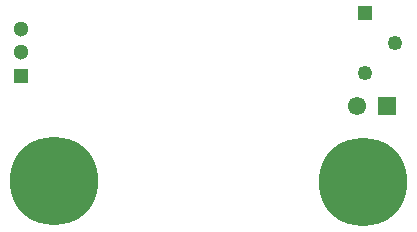
<source format=gbr>
G04*
G04 #@! TF.GenerationSoftware,Altium Limited,Altium Designer,25.3.3 (18)*
G04*
G04 Layer_Color=255*
%FSLAX44Y44*%
%MOMM*%
G71*
G04*
G04 #@! TF.SameCoordinates,BFC568DA-C1B5-42DE-8167-96A376B3F609*
G04*
G04*
G04 #@! TF.FilePolarity,Positive*
G04*
G01*
G75*
%ADD31C,7.5000*%
%ADD32R,1.3000X1.3000*%
%ADD33C,1.3000*%
%ADD39R,1.5500X1.5500*%
%ADD40C,1.5500*%
%ADD41C,1.2500*%
%ADD42R,1.2500X1.2500*%
D31*
X701040Y1059180D02*
D03*
X439420Y1060450D02*
D03*
D32*
X411480Y1149173D02*
D03*
D33*
Y1169173D02*
D03*
Y1189173D02*
D03*
D39*
X721360Y1123950D02*
D03*
D40*
X695960D02*
D03*
D41*
X702310Y1151890D02*
D03*
X727710Y1177290D02*
D03*
D42*
X702310Y1202690D02*
D03*
M02*

</source>
